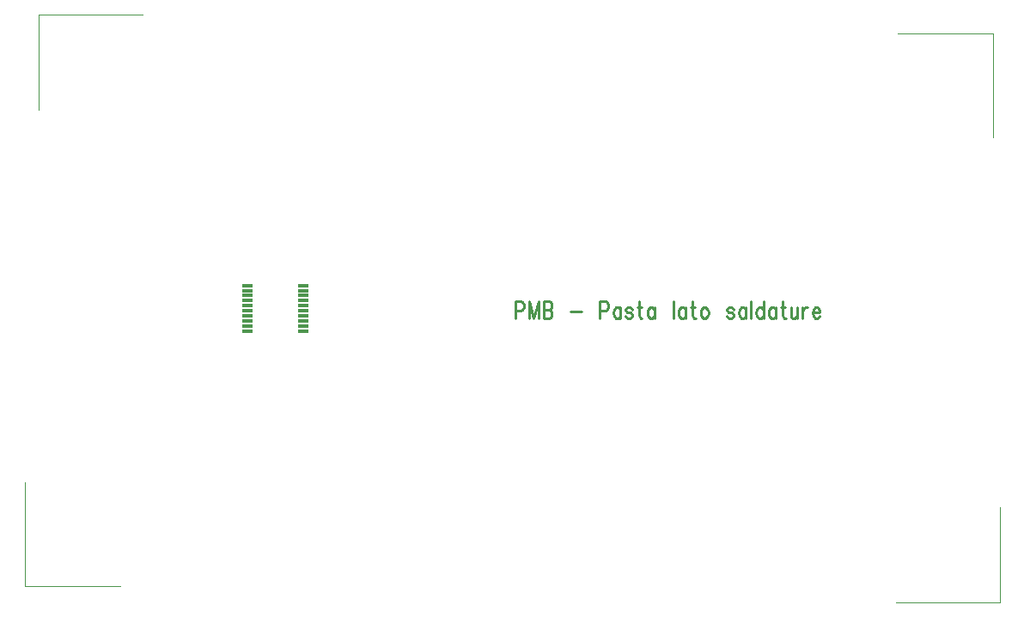
<source format=gbr>
*
*
G04 PADS VX.0 Build Number: 635560 generated Gerber (RS-274-X) file*
G04 PC Version=2.1*
*
%IN "FTC_con_001.pcb"*%
*
%MOIN*%
*
%FSLAX35Y35*%
*
*
*
*
G04 PC Standard Apertures*
*
*
G04 Thermal Relief Aperture macro.*
%AMTER*
1,1,$1,0,0*
1,0,$1-$2,0,0*
21,0,$3,$4,0,0,45*
21,0,$3,$4,0,0,135*
%
*
*
G04 Annular Aperture macro.*
%AMANN*
1,1,$1,0,0*
1,0,$2,0,0*
%
*
*
G04 Odd Aperture macro.*
%AMODD*
1,1,$1,0,0*
1,0,$1-0.005,0,0*
%
*
*
G04 PC Custom Aperture Macros*
*
*
*
*
*
*
G04 PC Aperture Table*
*
%ADD010C,0.01*%
%ADD040C,0.001*%
%ADD161R,0.04331X0.01181*%
*
*
*
*
G04 PC Circuitry*
G04 Layer Name FTC_con_001.pcb - circuitry*
%LPD*%
*
*
G04 PC Custom Flashes*
G04 Layer Name FTC_con_001.pcb - flashes*
%LPD*%
*
*
G04 PC Circuitry*
G04 Layer Name FTC_con_001.pcb - circuitry*
%LPD*%
*
G54D10*
G01X487008Y396326D02*
Y389764D01*
Y396326D02*
X489053D01*
X489735Y396014*
X489962Y395701*
X490190Y395076*
Y394139*
X489962Y393514*
X489735Y393201*
X489053Y392889*
X487008*
X492235Y396326D02*
Y389764D01*
Y396326D02*
X494053Y389764D01*
X495872Y396326D02*
X494053Y389764D01*
X495872Y396326D02*
Y389764D01*
X497917Y396326D02*
Y389764D01*
Y396326D02*
X499962D01*
X500644Y396014*
X500872Y395701*
X501099Y395076*
Y394451*
X500872Y393826*
X500644Y393514*
X499962Y393201*
X497917D02*
X499962D01*
X500644Y392889*
X500872Y392576*
X501099Y391951*
Y391014*
X500872Y390389*
X500644Y390076*
X499962Y389764*
X497917*
X508372Y392576D02*
X512462D01*
X519735Y396326D02*
Y389764D01*
Y396326D02*
X521781D01*
X522462Y396014*
X522690Y395701*
X522917Y395076*
Y394139*
X522690Y393514*
X522462Y393201*
X521781Y392889*
X519735*
X527690Y394139D02*
Y389764D01*
Y393201D02*
X527235Y393826D01*
X526781Y394139*
X526099*
X525644Y393826*
X525190Y393201*
X524962Y392264*
Y391639*
X525190Y390701*
X525644Y390076*
X526099Y389764*
X526781*
X527235Y390076*
X527690Y390701*
X532235Y393201D02*
X532008Y393826D01*
X531326Y394139*
X530644*
X529962Y393826*
X529735Y393201*
X529962Y392576*
X530417Y392264*
X531553Y391951*
X532008Y391639*
X532235Y391014*
Y390701*
X532008Y390076*
X531326Y389764*
X530644*
X529962Y390076*
X529735Y390701*
X534962Y396326D02*
Y391014D01*
X535190Y390076*
X535644Y389764*
X536099*
X534281Y394139D02*
X535872D01*
X540872D02*
Y389764D01*
Y393201D02*
X540417Y393826D01*
X539962Y394139*
X539281*
X538826Y393826*
X538372Y393201*
X538144Y392264*
Y391639*
X538372Y390701*
X538826Y390076*
X539281Y389764*
X539962*
X540417Y390076*
X540872Y390701*
X548144Y396326D02*
Y389764D01*
X552917Y394139D02*
Y389764D01*
Y393201D02*
X552462Y393826D01*
X552008Y394139*
X551326*
X550872Y393826*
X550417Y393201*
X550190Y392264*
Y391639*
X550417Y390701*
X550872Y390076*
X551326Y389764*
X552008*
X552462Y390076*
X552917Y390701*
X555644Y396326D02*
Y391014D01*
X555872Y390076*
X556326Y389764*
X556781*
X554962Y394139D02*
X556553D01*
X559962D02*
X559508Y393826D01*
X559053Y393201*
X558826Y392264*
Y391639*
X559053Y390701*
X559508Y390076*
X559962Y389764*
X560644*
X561099Y390076*
X561553Y390701*
X561781Y391639*
Y392264*
X561553Y393201*
X561099Y393826*
X560644Y394139*
X559962*
X571553Y393201D02*
X571326Y393826D01*
X570644Y394139*
X569962*
X569281Y393826*
X569053Y393201*
X569281Y392576*
X569735Y392264*
X570872Y391951*
X571326Y391639*
X571553Y391014*
Y390701*
X571326Y390076*
X570644Y389764*
X569962*
X569281Y390076*
X569053Y390701*
X576326Y394139D02*
Y389764D01*
Y393201D02*
X575872Y393826D01*
X575417Y394139*
X574735*
X574281Y393826*
X573826Y393201*
X573599Y392264*
Y391639*
X573826Y390701*
X574281Y390076*
X574735Y389764*
X575417*
X575872Y390076*
X576326Y390701*
X578372Y396326D02*
Y389764D01*
X583144Y396326D02*
Y389764D01*
Y393201D02*
X582690Y393826D01*
X582235Y394139*
X581553*
X581099Y393826*
X580644Y393201*
X580417Y392264*
Y391639*
X580644Y390701*
X581099Y390076*
X581553Y389764*
X582235*
X582690Y390076*
X583144Y390701*
X587917Y394139D02*
Y389764D01*
Y393201D02*
X587462Y393826D01*
X587008Y394139*
X586326*
X585872Y393826*
X585417Y393201*
X585190Y392264*
Y391639*
X585417Y390701*
X585872Y390076*
X586326Y389764*
X587008*
X587462Y390076*
X587917Y390701*
X590644Y396326D02*
Y391014D01*
X590872Y390076*
X591326Y389764*
X591781*
X589962Y394139D02*
X591553D01*
X593826D02*
Y391014D01*
X594053Y390076*
X594508Y389764*
X595190*
X595644Y390076*
X596326Y391014*
Y394139D02*
Y389764D01*
X598372Y394139D02*
Y389764D01*
Y392264D02*
X598599Y393201D01*
X599053Y393826*
X599508Y394139*
X600190*
X602235Y392264D02*
X604962D01*
Y392889*
X604735Y393514*
X604508Y393826*
X604053Y394139*
X603372*
X602917Y393826*
X602462Y393201*
X602235Y392264*
Y391639*
X602462Y390701*
X602917Y390076*
X603372Y389764*
X604053*
X604508Y390076*
X604962Y390701*
G54D40*
X634646Y279528D02*
X674803D01*
Y316535*
X672441Y460236D02*
Y500394D01*
X635433*
X296457Y325984D02*
Y285827D01*
X333465*
X342126Y507874D02*
X301969D01*
Y470866*
G54D161*
X404528Y402559D03*
X382874D03*
X404528Y400591D03*
X382874D03*
X404528Y398622D03*
X382874D03*
X404528Y396654D03*
X382874D03*
X404528Y394685D03*
X382874D03*
X404528Y392717D03*
X382874D03*
X404528Y390748D03*
X382874D03*
X404528Y388780D03*
X382874D03*
X404528Y386811D03*
X382874D03*
X404528Y384843D03*
X382874D03*
X0Y0D02*
M02*

</source>
